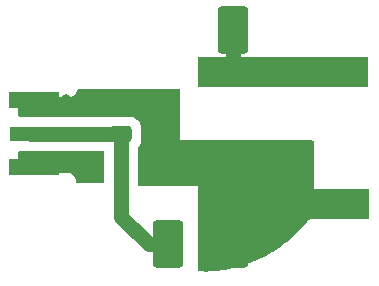
<source format=gbr>
%TF.GenerationSoftware,KiCad,Pcbnew,6.0.2+dfsg-1*%
%TF.CreationDate,2023-09-01T00:23:24+02:00*%
%TF.ProjectId,microUnUn,6d696372-6f55-46e5-956e-2e6b69636164,rev?*%
%TF.SameCoordinates,Original*%
%TF.FileFunction,Copper,L2,Bot*%
%TF.FilePolarity,Positive*%
%FSLAX46Y46*%
G04 Gerber Fmt 4.6, Leading zero omitted, Abs format (unit mm)*
G04 Created by KiCad (PCBNEW 6.0.2+dfsg-1) date 2023-09-01 00:23:24*
%MOMM*%
%LPD*%
G01*
G04 APERTURE LIST*
G04 Aperture macros list*
%AMRoundRect*
0 Rectangle with rounded corners*
0 $1 Rounding radius*
0 $2 $3 $4 $5 $6 $7 $8 $9 X,Y pos of 4 corners*
0 Add a 4 corners polygon primitive as box body*
4,1,4,$2,$3,$4,$5,$6,$7,$8,$9,$2,$3,0*
0 Add four circle primitives for the rounded corners*
1,1,$1+$1,$2,$3*
1,1,$1+$1,$4,$5*
1,1,$1+$1,$6,$7*
1,1,$1+$1,$8,$9*
0 Add four rect primitives between the rounded corners*
20,1,$1+$1,$2,$3,$4,$5,0*
20,1,$1+$1,$4,$5,$6,$7,0*
20,1,$1+$1,$6,$7,$8,$9,0*
20,1,$1+$1,$8,$9,$2,$3,0*%
G04 Aperture macros list end*
%TA.AperFunction,SMDPad,CuDef*%
%ADD10R,14.500000X2.600000*%
%TD*%
%TA.AperFunction,SMDPad,CuDef*%
%ADD11RoundRect,0.249999X-1.025001X-1.750001X1.025001X-1.750001X1.025001X1.750001X-1.025001X1.750001X0*%
%TD*%
%TA.AperFunction,SMDPad,CuDef*%
%ADD12R,3.600000X1.270000*%
%TD*%
%TA.AperFunction,SMDPad,CuDef*%
%ADD13R,4.200000X1.350000*%
%TD*%
%TA.AperFunction,SMDPad,CuDef*%
%ADD14RoundRect,0.250000X0.650000X-0.412500X0.650000X0.412500X-0.650000X0.412500X-0.650000X-0.412500X0*%
%TD*%
%TA.AperFunction,ViaPad*%
%ADD15C,0.800000*%
%TD*%
%TA.AperFunction,Conductor*%
%ADD16C,2.000000*%
%TD*%
%TA.AperFunction,Conductor*%
%ADD17C,1.250000*%
%TD*%
%TA.AperFunction,Conductor*%
%ADD18C,0.300000*%
%TD*%
%TA.AperFunction,Conductor*%
%ADD19C,1.300000*%
%TD*%
G04 APERTURE END LIST*
D10*
%TO.P,H2,1,1*%
%TO.N,GND*%
X117500000Y-76454000D03*
%TD*%
%TO.P,H1,1,1*%
%TO.N,Net-(J2-Pad1)*%
X117400000Y-65254000D03*
%TD*%
D11*
%TO.P,U1,1,gnd*%
%TO.N,GND*%
X113155221Y-79849800D03*
%TO.P,U1,2,a*%
%TO.N,Net-(C1-Pad1)*%
X107655221Y-79849800D03*
%TO.P,U1,3,x*%
%TO.N,Net-(J2-Pad1)*%
X113155221Y-61749800D03*
%TD*%
D12*
%TO.P,J1,1,In*%
%TO.N,Net-(C1-Pad1)*%
X96100000Y-70500000D03*
D13*
%TO.P,J1,2,Ext*%
%TO.N,GND*%
X96300000Y-73325000D03*
X96300000Y-67675000D03*
%TD*%
D14*
%TO.P,C1,1*%
%TO.N,Net-(C1-Pad1)*%
X103700000Y-70525000D03*
%TO.P,C1,2*%
%TO.N,GND*%
X103700000Y-67400000D03*
%TD*%
D15*
%TO.N,GND*%
X106984000Y-72384000D03*
X106984000Y-68574000D03*
X106984000Y-67558000D03*
X105968000Y-73400000D03*
X105968000Y-68574000D03*
X108000000Y-72384000D03*
X106984000Y-73400000D03*
X105968000Y-67558000D03*
X108000000Y-68574000D03*
X105968000Y-72384000D03*
X108000000Y-67558000D03*
X108000000Y-73400000D03*
X101092000Y-72390000D03*
X101092000Y-67564000D03*
X99060000Y-73406000D03*
X99060000Y-68580000D03*
X100076000Y-68580000D03*
X100076000Y-67564000D03*
X100076000Y-73406000D03*
X100076000Y-72390000D03*
X99060000Y-67564000D03*
X101092000Y-68580000D03*
X101092000Y-73406000D03*
X99060000Y-72390000D03*
%TD*%
D16*
%TO.N,GND*%
X117500000Y-76454000D02*
X113646000Y-76454000D01*
X113155221Y-76944779D02*
X113155221Y-79849800D01*
X113646000Y-76454000D02*
X113155221Y-76944779D01*
D17*
%TO.N,Net-(C1-Pad1)*%
X106037200Y-79849800D02*
X103700000Y-77512600D01*
X107655221Y-79849800D02*
X106037200Y-79849800D01*
D18*
X103675000Y-70500000D02*
X103700000Y-70525000D01*
D17*
X103700000Y-77512600D02*
X103700000Y-70525000D01*
X96100000Y-70500000D02*
X103675000Y-70500000D01*
D19*
%TO.N,Net-(J2-Pad1)*%
X115454000Y-65254000D02*
X112746000Y-65254000D01*
X113155221Y-61749800D02*
X113155221Y-64844779D01*
%TD*%
%TA.AperFunction,Conductor*%
%TO.N,GND*%
G36*
X108638121Y-66708002D02*
G01*
X108684614Y-66761658D01*
X108696000Y-66814000D01*
X108696000Y-71066000D01*
X119880000Y-71066000D01*
X119948121Y-71086002D01*
X119994614Y-71139658D01*
X120006000Y-71192000D01*
X120006000Y-77496024D01*
X119985998Y-77564145D01*
X119932342Y-77610638D01*
X119921443Y-77615013D01*
X119914269Y-77617511D01*
X119841965Y-77642690D01*
X119840599Y-77643158D01*
X119760528Y-77670011D01*
X119756545Y-77672436D01*
X119752144Y-77673969D01*
X119680560Y-77718699D01*
X119679405Y-77719411D01*
X119613251Y-77759697D01*
X119613245Y-77759702D01*
X119607236Y-77763361D01*
X119603889Y-77766609D01*
X119599938Y-77769078D01*
X119592845Y-77776122D01*
X119540064Y-77828535D01*
X119539029Y-77829551D01*
X119483490Y-77883448D01*
X119478435Y-77888354D01*
X119475892Y-77892261D01*
X119472585Y-77895545D01*
X119457378Y-77919507D01*
X119447062Y-77933518D01*
X119050289Y-78400967D01*
X119045399Y-78406401D01*
X118595415Y-78878033D01*
X118594532Y-78878958D01*
X118589335Y-78884097D01*
X118111775Y-79329674D01*
X118106303Y-79334489D01*
X117741805Y-79636951D01*
X117603678Y-79751569D01*
X117597910Y-79756079D01*
X117071917Y-80143254D01*
X117065897Y-80147421D01*
X116518291Y-80503399D01*
X116512061Y-80507195D01*
X116493116Y-80518000D01*
X115944721Y-80830755D01*
X115938258Y-80834196D01*
X115353075Y-81124260D01*
X115346424Y-81127320D01*
X114745383Y-81382906D01*
X114738572Y-81385571D01*
X114123703Y-81605814D01*
X114116746Y-81608080D01*
X113619496Y-81754216D01*
X113490110Y-81792241D01*
X113483029Y-81794100D01*
X112846773Y-81941548D01*
X112839595Y-81942993D01*
X112446577Y-82010299D01*
X112195843Y-82053238D01*
X112188612Y-82054262D01*
X111859196Y-82091142D01*
X111539532Y-82126931D01*
X111532235Y-82127534D01*
X111234646Y-82143434D01*
X110880029Y-82162380D01*
X110872733Y-82162558D01*
X110500228Y-82160793D01*
X110361403Y-82160135D01*
X110293378Y-82139810D01*
X110247140Y-82085935D01*
X110236000Y-82034136D01*
X110236000Y-74930000D01*
X105251500Y-74930000D01*
X105183379Y-74909998D01*
X105136886Y-74856342D01*
X105125500Y-74804000D01*
X105125500Y-71699885D01*
X105145502Y-71631764D01*
X105157589Y-71616766D01*
X105157418Y-71616626D01*
X105161325Y-71611870D01*
X105165684Y-71607511D01*
X105280289Y-71436317D01*
X105359459Y-71246123D01*
X105400179Y-71044173D01*
X105400500Y-71037837D01*
X105400499Y-70012164D01*
X105400179Y-70005827D01*
X105359459Y-69803877D01*
X105280289Y-69613683D01*
X105165684Y-69442489D01*
X105020011Y-69296816D01*
X104848817Y-69182211D01*
X104658623Y-69103041D01*
X104456673Y-69062321D01*
X104452007Y-69062085D01*
X104452002Y-69062084D01*
X104451925Y-69062080D01*
X104451907Y-69062080D01*
X104450337Y-69062000D01*
X104448740Y-69062000D01*
X103696460Y-69062001D01*
X102949664Y-69062001D01*
X102948108Y-69062080D01*
X102948091Y-69062080D01*
X102947997Y-69062085D01*
X102947995Y-69062085D01*
X102943327Y-69062321D01*
X102925205Y-69065975D01*
X102895255Y-69072014D01*
X102870350Y-69074500D01*
X98049075Y-69074500D01*
X98020732Y-69071271D01*
X98008114Y-69068358D01*
X97992589Y-69064774D01*
X97987837Y-69064500D01*
X97945202Y-69064500D01*
X95126000Y-69064501D01*
X95057879Y-69044499D01*
X95011386Y-68990843D01*
X95000000Y-68938501D01*
X95000000Y-67526000D01*
X95020002Y-67457879D01*
X95073658Y-67411386D01*
X95126000Y-67400000D01*
X99189429Y-67400000D01*
X99191586Y-67400018D01*
X99276028Y-67401464D01*
X99282922Y-67400021D01*
X99282927Y-67400021D01*
X99320968Y-67392061D01*
X99332727Y-67390175D01*
X99346431Y-67388638D01*
X99378360Y-67385056D01*
X99406695Y-67375189D01*
X99422323Y-67370852D01*
X99444807Y-67366147D01*
X99444808Y-67366147D01*
X99451702Y-67364704D01*
X99493465Y-67345567D01*
X99504487Y-67341133D01*
X99547856Y-67326031D01*
X99573311Y-67310125D01*
X99587576Y-67302441D01*
X99614865Y-67289936D01*
X99651344Y-67262027D01*
X99661123Y-67255254D01*
X99694088Y-67234655D01*
X99700062Y-67230922D01*
X99721356Y-67209777D01*
X99733569Y-67199119D01*
X99757411Y-67180878D01*
X99786798Y-67145583D01*
X99794842Y-67136802D01*
X99822413Y-67109423D01*
X99822416Y-67109419D01*
X99827415Y-67104455D01*
X99843495Y-67079118D01*
X99853046Y-67066016D01*
X99867745Y-67048361D01*
X99872251Y-67042949D01*
X99893083Y-67002031D01*
X99898983Y-66991682D01*
X99919808Y-66958867D01*
X99923585Y-66952916D01*
X99933653Y-66924641D01*
X99940064Y-66909749D01*
X99950484Y-66889283D01*
X99950484Y-66889282D01*
X99953680Y-66883005D01*
X99962014Y-66850021D01*
X99966889Y-66834849D01*
X99993159Y-66767947D01*
X100036675Y-66711850D01*
X100110441Y-66688000D01*
X108570000Y-66688000D01*
X108638121Y-66708002D01*
G37*
%TD.AperFunction*%
%TA.AperFunction,Conductor*%
G36*
X102216621Y-71945502D02*
G01*
X102263114Y-71999158D01*
X102274500Y-72051500D01*
X102274500Y-74550000D01*
X102254498Y-74618121D01*
X102200842Y-74664614D01*
X102148500Y-74676000D01*
X100008995Y-74676000D01*
X99940874Y-74655998D01*
X99894381Y-74602342D01*
X99890446Y-74592687D01*
X99852679Y-74487803D01*
X99845968Y-74458748D01*
X99841026Y-74413338D01*
X99840264Y-74406334D01*
X99781799Y-74236644D01*
X99687192Y-74084125D01*
X99561145Y-73956357D01*
X99409924Y-73859687D01*
X99403298Y-73857303D01*
X99403296Y-73857302D01*
X99355543Y-73840121D01*
X99241044Y-73798925D01*
X99102368Y-73781925D01*
X95126464Y-73796580D01*
X95058270Y-73776829D01*
X95011580Y-73723345D01*
X95000000Y-73670581D01*
X95000000Y-72061500D01*
X95020002Y-71993379D01*
X95073658Y-71946886D01*
X95126000Y-71935500D01*
X97945915Y-71935499D01*
X97987836Y-71935499D01*
X97992589Y-71935226D01*
X97997785Y-71934026D01*
X97997788Y-71934026D01*
X98020732Y-71928729D01*
X98049075Y-71925500D01*
X102148500Y-71925500D01*
X102216621Y-71945502D01*
G37*
%TD.AperFunction*%
%TD*%
M02*

</source>
